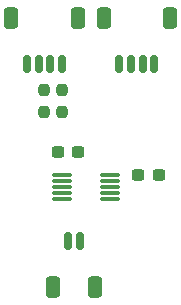
<source format=gbr>
%TF.GenerationSoftware,KiCad,Pcbnew,7.0.5*%
%TF.CreationDate,2023-06-11T15:17:49-05:00*%
%TF.ProjectId,DRV2605,44525632-3630-4352-9e6b-696361645f70,rev?*%
%TF.SameCoordinates,Original*%
%TF.FileFunction,Paste,Top*%
%TF.FilePolarity,Positive*%
%FSLAX46Y46*%
G04 Gerber Fmt 4.6, Leading zero omitted, Abs format (unit mm)*
G04 Created by KiCad (PCBNEW 7.0.5) date 2023-06-11 15:17:49*
%MOMM*%
%LPD*%
G01*
G04 APERTURE LIST*
G04 Aperture macros list*
%AMRoundRect*
0 Rectangle with rounded corners*
0 $1 Rounding radius*
0 $2 $3 $4 $5 $6 $7 $8 $9 X,Y pos of 4 corners*
0 Add a 4 corners polygon primitive as box body*
4,1,4,$2,$3,$4,$5,$6,$7,$8,$9,$2,$3,0*
0 Add four circle primitives for the rounded corners*
1,1,$1+$1,$2,$3*
1,1,$1+$1,$4,$5*
1,1,$1+$1,$6,$7*
1,1,$1+$1,$8,$9*
0 Add four rect primitives between the rounded corners*
20,1,$1+$1,$2,$3,$4,$5,0*
20,1,$1+$1,$4,$5,$6,$7,0*
20,1,$1+$1,$6,$7,$8,$9,0*
20,1,$1+$1,$8,$9,$2,$3,0*%
G04 Aperture macros list end*
%ADD10O,1.699999X0.299999*%
%ADD11RoundRect,0.237500X0.237500X-0.250000X0.237500X0.250000X-0.237500X0.250000X-0.237500X-0.250000X0*%
%ADD12RoundRect,0.150000X0.150000X0.625000X-0.150000X0.625000X-0.150000X-0.625000X0.150000X-0.625000X0*%
%ADD13RoundRect,0.250000X0.350000X0.650000X-0.350000X0.650000X-0.350000X-0.650000X0.350000X-0.650000X0*%
%ADD14RoundRect,0.150000X-0.150000X-0.625000X0.150000X-0.625000X0.150000X0.625000X-0.150000X0.625000X0*%
%ADD15RoundRect,0.250000X-0.350000X-0.650000X0.350000X-0.650000X0.350000X0.650000X-0.350000X0.650000X0*%
%ADD16RoundRect,0.237500X-0.300000X-0.237500X0.300000X-0.237500X0.300000X0.237500X-0.300000X0.237500X0*%
G04 APERTURE END LIST*
D10*
%TO.C,U1*%
X109750002Y-114399999D03*
X109750002Y-114899998D03*
X109750002Y-115400000D03*
X109750002Y-115899999D03*
X109750002Y-116400001D03*
X113850001Y-116400001D03*
X113850001Y-115899999D03*
X113850001Y-115400000D03*
X113850001Y-114899998D03*
X113850001Y-114399999D03*
%TD*%
D11*
%TO.C,R2*%
X108300000Y-109012500D03*
X108300000Y-107187500D03*
%TD*%
%TO.C,R1*%
X109800000Y-109012500D03*
X109800000Y-107187500D03*
%TD*%
D12*
%TO.C,J4*%
X117600000Y-104975000D03*
X116600000Y-104975000D03*
X115600000Y-104975000D03*
X114600000Y-104975000D03*
D13*
X113300000Y-101100000D03*
X118900000Y-101100000D03*
%TD*%
D14*
%TO.C,J2*%
X110300000Y-120000000D03*
X111300000Y-120000000D03*
D15*
X109000000Y-123875000D03*
X112600000Y-123875000D03*
%TD*%
D12*
%TO.C,J1*%
X109800000Y-104975000D03*
X108800000Y-104975000D03*
X107800000Y-104975000D03*
X106800000Y-104975000D03*
D13*
X105500000Y-101100000D03*
X111100000Y-101100000D03*
%TD*%
D16*
%TO.C,C2*%
X109437500Y-112400000D03*
X111162500Y-112400000D03*
%TD*%
%TO.C,C1*%
X116237500Y-114400000D03*
X117962500Y-114400000D03*
%TD*%
M02*

</source>
